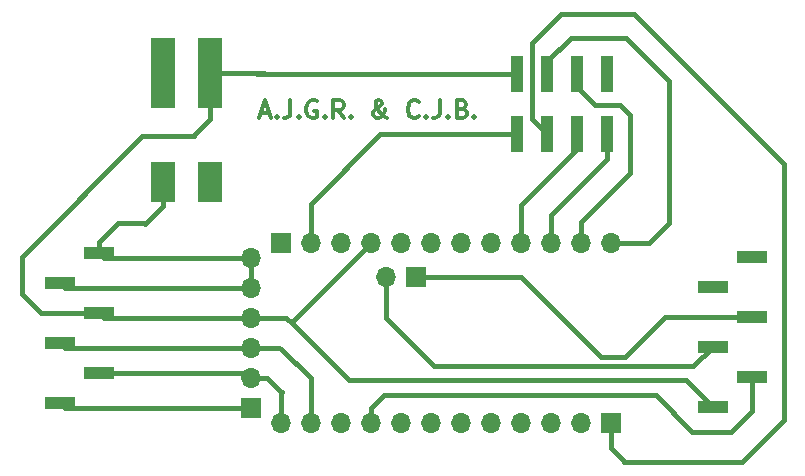
<source format=gtl>
%TF.GenerationSoftware,KiCad,Pcbnew,9.0.5-9.0.5~ubuntu24.04.1*%
%TF.CreationDate,2025-11-18T16:55:03+01:00*%
%TF.ProjectId,Nodo 2 MySensor,4e6f646f-2032-4204-9d79-53656e736f72,rev?*%
%TF.SameCoordinates,Original*%
%TF.FileFunction,Copper,L1,Top*%
%TF.FilePolarity,Positive*%
%FSLAX46Y46*%
G04 Gerber Fmt 4.6, Leading zero omitted, Abs format (unit mm)*
G04 Created by KiCad (PCBNEW 9.0.5-9.0.5~ubuntu24.04.1) date 2025-11-18 16:55:03*
%MOMM*%
%LPD*%
G01*
G04 APERTURE LIST*
%ADD10C,0.300000*%
%TA.AperFunction,NonConductor*%
%ADD11C,0.300000*%
%TD*%
%TA.AperFunction,SMDPad,CuDef*%
%ADD12R,2.000000X6.000000*%
%TD*%
%TA.AperFunction,SMDPad,CuDef*%
%ADD13R,2.000000X3.500000*%
%TD*%
%TA.AperFunction,ComponentPad*%
%ADD14R,1.700000X1.700000*%
%TD*%
%TA.AperFunction,ComponentPad*%
%ADD15O,1.700000X1.700000*%
%TD*%
%TA.AperFunction,SMDPad,CuDef*%
%ADD16R,2.510000X1.000000*%
%TD*%
%TA.AperFunction,SMDPad,CuDef*%
%ADD17R,1.000000X3.150000*%
%TD*%
%TA.AperFunction,Conductor*%
%ADD18C,0.400000*%
%TD*%
%TA.AperFunction,Conductor*%
%ADD19C,0.250000*%
%TD*%
G04 APERTURE END LIST*
D10*
D11*
X102123082Y-72492257D02*
X102837368Y-72492257D01*
X101980225Y-72920828D02*
X102480225Y-71420828D01*
X102480225Y-71420828D02*
X102980225Y-72920828D01*
X103480224Y-72777971D02*
X103551653Y-72849400D01*
X103551653Y-72849400D02*
X103480224Y-72920828D01*
X103480224Y-72920828D02*
X103408796Y-72849400D01*
X103408796Y-72849400D02*
X103480224Y-72777971D01*
X103480224Y-72777971D02*
X103480224Y-72920828D01*
X104623082Y-71420828D02*
X104623082Y-72492257D01*
X104623082Y-72492257D02*
X104551653Y-72706542D01*
X104551653Y-72706542D02*
X104408796Y-72849400D01*
X104408796Y-72849400D02*
X104194510Y-72920828D01*
X104194510Y-72920828D02*
X104051653Y-72920828D01*
X105337367Y-72777971D02*
X105408796Y-72849400D01*
X105408796Y-72849400D02*
X105337367Y-72920828D01*
X105337367Y-72920828D02*
X105265939Y-72849400D01*
X105265939Y-72849400D02*
X105337367Y-72777971D01*
X105337367Y-72777971D02*
X105337367Y-72920828D01*
X106837368Y-71492257D02*
X106694511Y-71420828D01*
X106694511Y-71420828D02*
X106480225Y-71420828D01*
X106480225Y-71420828D02*
X106265939Y-71492257D01*
X106265939Y-71492257D02*
X106123082Y-71635114D01*
X106123082Y-71635114D02*
X106051653Y-71777971D01*
X106051653Y-71777971D02*
X105980225Y-72063685D01*
X105980225Y-72063685D02*
X105980225Y-72277971D01*
X105980225Y-72277971D02*
X106051653Y-72563685D01*
X106051653Y-72563685D02*
X106123082Y-72706542D01*
X106123082Y-72706542D02*
X106265939Y-72849400D01*
X106265939Y-72849400D02*
X106480225Y-72920828D01*
X106480225Y-72920828D02*
X106623082Y-72920828D01*
X106623082Y-72920828D02*
X106837368Y-72849400D01*
X106837368Y-72849400D02*
X106908796Y-72777971D01*
X106908796Y-72777971D02*
X106908796Y-72277971D01*
X106908796Y-72277971D02*
X106623082Y-72277971D01*
X107551653Y-72777971D02*
X107623082Y-72849400D01*
X107623082Y-72849400D02*
X107551653Y-72920828D01*
X107551653Y-72920828D02*
X107480225Y-72849400D01*
X107480225Y-72849400D02*
X107551653Y-72777971D01*
X107551653Y-72777971D02*
X107551653Y-72920828D01*
X109123082Y-72920828D02*
X108623082Y-72206542D01*
X108265939Y-72920828D02*
X108265939Y-71420828D01*
X108265939Y-71420828D02*
X108837368Y-71420828D01*
X108837368Y-71420828D02*
X108980225Y-71492257D01*
X108980225Y-71492257D02*
X109051654Y-71563685D01*
X109051654Y-71563685D02*
X109123082Y-71706542D01*
X109123082Y-71706542D02*
X109123082Y-71920828D01*
X109123082Y-71920828D02*
X109051654Y-72063685D01*
X109051654Y-72063685D02*
X108980225Y-72135114D01*
X108980225Y-72135114D02*
X108837368Y-72206542D01*
X108837368Y-72206542D02*
X108265939Y-72206542D01*
X109765939Y-72777971D02*
X109837368Y-72849400D01*
X109837368Y-72849400D02*
X109765939Y-72920828D01*
X109765939Y-72920828D02*
X109694511Y-72849400D01*
X109694511Y-72849400D02*
X109765939Y-72777971D01*
X109765939Y-72777971D02*
X109765939Y-72920828D01*
X112837368Y-72920828D02*
X112765940Y-72920828D01*
X112765940Y-72920828D02*
X112623082Y-72849400D01*
X112623082Y-72849400D02*
X112408797Y-72635114D01*
X112408797Y-72635114D02*
X112051654Y-72206542D01*
X112051654Y-72206542D02*
X111908797Y-71992257D01*
X111908797Y-71992257D02*
X111837368Y-71777971D01*
X111837368Y-71777971D02*
X111837368Y-71635114D01*
X111837368Y-71635114D02*
X111908797Y-71492257D01*
X111908797Y-71492257D02*
X112051654Y-71420828D01*
X112051654Y-71420828D02*
X112123082Y-71420828D01*
X112123082Y-71420828D02*
X112265940Y-71492257D01*
X112265940Y-71492257D02*
X112337368Y-71635114D01*
X112337368Y-71635114D02*
X112337368Y-71706542D01*
X112337368Y-71706542D02*
X112265940Y-71849400D01*
X112265940Y-71849400D02*
X112194511Y-71920828D01*
X112194511Y-71920828D02*
X111765940Y-72206542D01*
X111765940Y-72206542D02*
X111694511Y-72277971D01*
X111694511Y-72277971D02*
X111623082Y-72420828D01*
X111623082Y-72420828D02*
X111623082Y-72635114D01*
X111623082Y-72635114D02*
X111694511Y-72777971D01*
X111694511Y-72777971D02*
X111765940Y-72849400D01*
X111765940Y-72849400D02*
X111908797Y-72920828D01*
X111908797Y-72920828D02*
X112123082Y-72920828D01*
X112123082Y-72920828D02*
X112265940Y-72849400D01*
X112265940Y-72849400D02*
X112337368Y-72777971D01*
X112337368Y-72777971D02*
X112551654Y-72492257D01*
X112551654Y-72492257D02*
X112623082Y-72277971D01*
X112623082Y-72277971D02*
X112623082Y-72135114D01*
X115480225Y-72777971D02*
X115408797Y-72849400D01*
X115408797Y-72849400D02*
X115194511Y-72920828D01*
X115194511Y-72920828D02*
X115051654Y-72920828D01*
X115051654Y-72920828D02*
X114837368Y-72849400D01*
X114837368Y-72849400D02*
X114694511Y-72706542D01*
X114694511Y-72706542D02*
X114623082Y-72563685D01*
X114623082Y-72563685D02*
X114551654Y-72277971D01*
X114551654Y-72277971D02*
X114551654Y-72063685D01*
X114551654Y-72063685D02*
X114623082Y-71777971D01*
X114623082Y-71777971D02*
X114694511Y-71635114D01*
X114694511Y-71635114D02*
X114837368Y-71492257D01*
X114837368Y-71492257D02*
X115051654Y-71420828D01*
X115051654Y-71420828D02*
X115194511Y-71420828D01*
X115194511Y-71420828D02*
X115408797Y-71492257D01*
X115408797Y-71492257D02*
X115480225Y-71563685D01*
X116123082Y-72777971D02*
X116194511Y-72849400D01*
X116194511Y-72849400D02*
X116123082Y-72920828D01*
X116123082Y-72920828D02*
X116051654Y-72849400D01*
X116051654Y-72849400D02*
X116123082Y-72777971D01*
X116123082Y-72777971D02*
X116123082Y-72920828D01*
X117265940Y-71420828D02*
X117265940Y-72492257D01*
X117265940Y-72492257D02*
X117194511Y-72706542D01*
X117194511Y-72706542D02*
X117051654Y-72849400D01*
X117051654Y-72849400D02*
X116837368Y-72920828D01*
X116837368Y-72920828D02*
X116694511Y-72920828D01*
X117980225Y-72777971D02*
X118051654Y-72849400D01*
X118051654Y-72849400D02*
X117980225Y-72920828D01*
X117980225Y-72920828D02*
X117908797Y-72849400D01*
X117908797Y-72849400D02*
X117980225Y-72777971D01*
X117980225Y-72777971D02*
X117980225Y-72920828D01*
X119194511Y-72135114D02*
X119408797Y-72206542D01*
X119408797Y-72206542D02*
X119480226Y-72277971D01*
X119480226Y-72277971D02*
X119551654Y-72420828D01*
X119551654Y-72420828D02*
X119551654Y-72635114D01*
X119551654Y-72635114D02*
X119480226Y-72777971D01*
X119480226Y-72777971D02*
X119408797Y-72849400D01*
X119408797Y-72849400D02*
X119265940Y-72920828D01*
X119265940Y-72920828D02*
X118694511Y-72920828D01*
X118694511Y-72920828D02*
X118694511Y-71420828D01*
X118694511Y-71420828D02*
X119194511Y-71420828D01*
X119194511Y-71420828D02*
X119337369Y-71492257D01*
X119337369Y-71492257D02*
X119408797Y-71563685D01*
X119408797Y-71563685D02*
X119480226Y-71706542D01*
X119480226Y-71706542D02*
X119480226Y-71849400D01*
X119480226Y-71849400D02*
X119408797Y-71992257D01*
X119408797Y-71992257D02*
X119337369Y-72063685D01*
X119337369Y-72063685D02*
X119194511Y-72135114D01*
X119194511Y-72135114D02*
X118694511Y-72135114D01*
X120194511Y-72777971D02*
X120265940Y-72849400D01*
X120265940Y-72849400D02*
X120194511Y-72920828D01*
X120194511Y-72920828D02*
X120123083Y-72849400D01*
X120123083Y-72849400D02*
X120194511Y-72777971D01*
X120194511Y-72777971D02*
X120194511Y-72920828D01*
D12*
%TO.P,J8,1_1,1*%
%TO.N,VCC*%
X97830000Y-69097500D03*
D13*
%TO.P,J8,1_2,1*%
X97830000Y-78347500D03*
D12*
%TO.P,J8,2_1,2*%
%TO.N,GND*%
X93830000Y-69097500D03*
D13*
%TO.P,J8,2_2,2*%
X93830000Y-78347500D03*
%TD*%
D14*
%TO.P,J2,1,Pin_1*%
%TO.N,/SDA{slash}A4*%
X115240000Y-86411000D03*
D15*
%TO.P,J2,2,Pin_2*%
%TO.N,/SCL{slash}A5*%
X112700000Y-86411000D03*
%TD*%
D16*
%TO.P,J5,1,Pin_1*%
%TO.N,VCC*%
X140380000Y-97360000D03*
%TO.P,J5,2,Pin_2*%
%TO.N,GND*%
X143690000Y-94820000D03*
%TO.P,J5,3,Pin_3*%
%TO.N,/SCL{slash}A5*%
X140380000Y-92280000D03*
%TO.P,J5,4,Pin_4*%
%TO.N,/SDA{slash}A4*%
X143690000Y-89740000D03*
%TO.P,J5,5,Pin_5*%
%TO.N,unconnected-(J5-Pin_5-Pad5)*%
X140380000Y-87200000D03*
%TO.P,J5,6,Pin_6*%
%TO.N,unconnected-(J5-Pin_6-Pad6)*%
X143690000Y-84660000D03*
%TD*%
%TO.P,J4,1,Pin_1*%
%TO.N,/DTR*%
X85100000Y-97050000D03*
%TO.P,J4,2,Pin_2*%
%TO.N,/TX*%
X88410000Y-94510000D03*
%TO.P,J4,3,Pin_3*%
%TO.N,/RX*%
X85100000Y-91970000D03*
%TO.P,J4,4,Pin_4*%
%TO.N,VCC*%
X88410000Y-89430000D03*
%TO.P,J4,5,Pin_5*%
%TO.N,GND*%
X85100000Y-86890000D03*
%TO.P,J4,6,Pin_6*%
X88410000Y-84350000D03*
%TD*%
D14*
%TO.P,J1,1,Pin_1*%
%TO.N,/DTR*%
X101327000Y-97460000D03*
D15*
%TO.P,J1,2,Pin_2*%
%TO.N,/TX*%
X101327000Y-94920000D03*
%TO.P,J1,3,Pin_3*%
%TO.N,/RX*%
X101327000Y-92380000D03*
%TO.P,J1,4,Pin_4*%
%TO.N,VCC*%
X101327000Y-89840000D03*
%TO.P,J1,5,Pin_5*%
%TO.N,GND*%
X101327000Y-87300000D03*
%TO.P,J1,6,Pin_6*%
X101327000Y-84760000D03*
%TD*%
D17*
%TO.P,U1,1,GND*%
%TO.N,GND*%
X123800000Y-74250000D03*
%TO.P,U1,2,VCC*%
%TO.N,VCC*%
X123800000Y-69200000D03*
%TO.P,U1,3,CE*%
%TO.N,/\u002AD9*%
X126340000Y-74250000D03*
%TO.P,U1,4,~{CSN}*%
%TO.N,/SS{slash}\u002AD10*%
X126340000Y-69200000D03*
%TO.P,U1,5,SCK*%
%TO.N,/SCK{slash}D13*%
X128880000Y-74250000D03*
%TO.P,U1,6,MOSI*%
%TO.N,/MOSI{slash}\u002AD11*%
X128880000Y-69200000D03*
%TO.P,U1,7,MISO*%
%TO.N,/MISO{slash}D12*%
X131420000Y-74250000D03*
%TO.P,U1,8,IRQ*%
%TO.N,unconnected-(U1-IRQ-Pad8)*%
X131420000Y-69200000D03*
%TD*%
D14*
%TO.P,J7,1,Pin_1*%
%TO.N,/\u002AD9*%
X131750000Y-98730000D03*
D15*
%TO.P,J7,2,Pin_2*%
%TO.N,/D8*%
X129210000Y-98730000D03*
%TO.P,J7,3,Pin_3*%
%TO.N,/D7*%
X126670000Y-98730000D03*
%TO.P,J7,4,Pin_4*%
%TO.N,/\u002AD6*%
X124130000Y-98730000D03*
%TO.P,J7,5,Pin_5*%
%TO.N,/\u002AD5*%
X121590000Y-98730000D03*
%TO.P,J7,6,Pin_6*%
%TO.N,/D4*%
X119050000Y-98730000D03*
%TO.P,J7,7,Pin_7*%
%TO.N,/\u002AD3*%
X116510000Y-98730000D03*
%TO.P,J7,8,Pin_8*%
%TO.N,/D2*%
X113970000Y-98730000D03*
%TO.P,J7,9,Pin_9*%
%TO.N,GND*%
X111430000Y-98730000D03*
%TO.P,J7,10,Pin_10*%
%TO.N,/~{RESET}*%
X108890000Y-98730000D03*
%TO.P,J7,11,Pin_11*%
%TO.N,/RX*%
X106350000Y-98730000D03*
%TO.P,J7,12,Pin_12*%
%TO.N,/TX*%
X103810000Y-98730000D03*
%TD*%
D14*
%TO.P,J6,1,Pin_1*%
%TO.N,VDC*%
X103810000Y-83490000D03*
D15*
%TO.P,J6,2,Pin_2*%
%TO.N,GND*%
X106350000Y-83490000D03*
%TO.P,J6,3,Pin_3*%
%TO.N,/~{RESET}*%
X108890000Y-83490000D03*
%TO.P,J6,4,Pin_4*%
%TO.N,VCC*%
X111430000Y-83490000D03*
%TO.P,J6,5,Pin_5*%
%TO.N,/A3*%
X113970000Y-83490000D03*
%TO.P,J6,6,Pin_6*%
%TO.N,/A2*%
X116510000Y-83490000D03*
%TO.P,J6,7,Pin_7*%
%TO.N,/A1*%
X119050000Y-83490000D03*
%TO.P,J6,8,Pin_8*%
%TO.N,/A0*%
X121590000Y-83490000D03*
%TO.P,J6,9,Pin_9*%
%TO.N,/SCK{slash}D13*%
X124130000Y-83490000D03*
%TO.P,J6,10,Pin_10*%
%TO.N,/MISO{slash}D12*%
X126670000Y-83490000D03*
%TO.P,J6,11,Pin_11*%
%TO.N,/MOSI{slash}\u002AD11*%
X129210000Y-83490000D03*
%TO.P,J6,12,Pin_12*%
%TO.N,/SS{slash}\u002AD10*%
X131750000Y-83490000D03*
%TD*%
D18*
%TO.N,GND*%
X90060000Y-81800000D02*
X92180000Y-81800000D01*
X141950000Y-99480000D02*
X143690000Y-97740000D01*
X112240000Y-74250000D02*
X106330000Y-80160000D01*
X112560000Y-96370000D02*
X135540000Y-96370000D01*
X93830000Y-80350000D02*
X93830000Y-78347500D01*
X101327000Y-87300000D02*
X101327000Y-84760000D01*
X88410000Y-84350000D02*
X88410000Y-83450000D01*
X88820000Y-84760000D02*
X88410000Y-84350000D01*
X92180000Y-81800000D02*
X92280000Y-81900000D01*
X101327000Y-84760000D02*
X88820000Y-84760000D01*
X106330000Y-80160000D02*
X106330000Y-83470000D01*
X101027000Y-87000000D02*
X101327000Y-87300000D01*
X138650000Y-99480000D02*
X141950000Y-99480000D01*
X92280000Y-81900000D02*
X93830000Y-80350000D01*
X106330000Y-83470000D02*
X106350000Y-83490000D01*
X143690000Y-97740000D02*
X143690000Y-94820000D01*
X135540000Y-96370000D02*
X138650000Y-99480000D01*
X123800000Y-74250000D02*
X112240000Y-74250000D01*
X111430000Y-97500000D02*
X112560000Y-96370000D01*
X85510000Y-87300000D02*
X85100000Y-86890000D01*
X88410000Y-83450000D02*
X90060000Y-81800000D01*
X111430000Y-98730000D02*
X111430000Y-97500000D01*
X101327000Y-87300000D02*
X85510000Y-87300000D01*
%TO.N,VCC*%
X104635000Y-90185000D02*
X104290000Y-89840000D01*
X92090000Y-74470000D02*
X96430000Y-74470000D01*
X102510000Y-69200000D02*
X101780000Y-69200000D01*
X81860000Y-87780000D02*
X81860000Y-84700000D01*
X81860000Y-84700000D02*
X92090000Y-74470000D01*
X102407500Y-69097500D02*
X102510000Y-69200000D01*
X104735000Y-90185000D02*
X104635000Y-90185000D01*
X97830000Y-72970000D02*
X97830000Y-69097500D01*
X111430000Y-83490000D02*
X104735000Y-90185000D01*
X104635000Y-90185000D02*
X109550000Y-95100000D01*
X101327000Y-89840000D02*
X88820000Y-89840000D01*
X123800000Y-69200000D02*
X102510000Y-69200000D01*
X88410000Y-89430000D02*
X83510000Y-89430000D01*
X96430000Y-74370000D02*
X97830000Y-72970000D01*
X97830000Y-69097500D02*
X102407500Y-69097500D01*
X104290000Y-89840000D02*
X101327000Y-89840000D01*
X88820000Y-89840000D02*
X88410000Y-89430000D01*
X138120000Y-95100000D02*
X140380000Y-97360000D01*
X109550000Y-95100000D02*
X138120000Y-95100000D01*
X83510000Y-89430000D02*
X81860000Y-87780000D01*
X96430000Y-74470000D02*
X96430000Y-74370000D01*
%TO.N,/\u002AD9*%
X132890000Y-102060000D02*
X132890000Y-101960000D01*
X133680000Y-64090000D02*
X146400000Y-76810000D01*
X126340000Y-74250000D02*
X125080000Y-72990000D01*
X146400000Y-76810000D02*
X146400000Y-98480000D01*
X125080000Y-66550000D02*
X127540000Y-64090000D01*
X132890000Y-101960000D02*
X131750000Y-100820000D01*
X142820000Y-102060000D02*
X132890000Y-102060000D01*
X125080000Y-72990000D02*
X125080000Y-66550000D01*
X127540000Y-64090000D02*
X133680000Y-64090000D01*
X131750000Y-100820000D02*
X131750000Y-98730000D01*
X146400000Y-98480000D02*
X142820000Y-102060000D01*
%TO.N,/DTR*%
X85510000Y-97460000D02*
X85100000Y-97050000D01*
X101327000Y-97460000D02*
X85510000Y-97460000D01*
%TO.N,/TX*%
X103830000Y-96130000D02*
X103880000Y-96130000D01*
X100917000Y-94510000D02*
X101327000Y-94920000D01*
X88410000Y-94510000D02*
X100917000Y-94510000D01*
X102620000Y-94920000D02*
X103830000Y-96130000D01*
X101327000Y-94920000D02*
X102620000Y-94920000D01*
X103880000Y-96130000D02*
X103810000Y-96200000D01*
X103810000Y-96200000D02*
X103810000Y-98730000D01*
%TO.N,/RX*%
X103660000Y-92380000D02*
X101327000Y-92380000D01*
D19*
X103830000Y-92440000D02*
X103720000Y-92440000D01*
D18*
X85510000Y-92380000D02*
X85100000Y-91970000D01*
X106350000Y-94960000D02*
X103830000Y-92440000D01*
X101327000Y-92380000D02*
X85510000Y-92380000D01*
X106350000Y-98730000D02*
X106350000Y-94960000D01*
D19*
X103720000Y-92440000D02*
X103660000Y-92380000D01*
D18*
%TO.N,/SCL{slash}A5*%
X116760000Y-93930000D02*
X112700000Y-89870000D01*
X112700000Y-89870000D02*
X112700000Y-86411000D01*
X138740000Y-93920000D02*
X140380000Y-92280000D01*
X128990000Y-93930000D02*
X116760000Y-93930000D01*
X128990000Y-93920000D02*
X138740000Y-93920000D01*
X128990000Y-93930000D02*
X128990000Y-93920000D01*
%TO.N,/SDA{slash}A4*%
X136370000Y-89740000D02*
X143690000Y-89740000D01*
X130900000Y-93130000D02*
X132980000Y-93130000D01*
X132980000Y-93130000D02*
X136370000Y-89740000D01*
X115240000Y-86411000D02*
X124181000Y-86411000D01*
X124181000Y-86411000D02*
X130900000Y-93130000D01*
%TO.N,/SS{slash}\u002AD10*%
X126340000Y-68125000D02*
X128365000Y-66100000D01*
X135000000Y-83490000D02*
X131750000Y-83490000D01*
X133020000Y-66100000D02*
X136700000Y-69780000D01*
X128365000Y-66100000D02*
X133020000Y-66100000D01*
X136660000Y-69820000D02*
X136660000Y-81830000D01*
X136660000Y-81830000D02*
X135000000Y-83490000D01*
X136700000Y-69780000D02*
X136660000Y-69820000D01*
X126340000Y-69200000D02*
X126340000Y-68125000D01*
%TO.N,/MOSI{slash}\u002AD11*%
X133340000Y-72620000D02*
X132510000Y-71790000D01*
X133340000Y-77580000D02*
X133340000Y-72620000D01*
X129210000Y-81710000D02*
X133340000Y-77580000D01*
X129210000Y-83490000D02*
X129210000Y-81710000D01*
X130395000Y-71790000D02*
X128880000Y-70275000D01*
X128880000Y-70275000D02*
X128880000Y-69200000D01*
X132510000Y-71790000D02*
X130395000Y-71790000D01*
%TO.N,/MISO{slash}D12*%
X126670000Y-81140000D02*
X131420000Y-76390000D01*
X131420000Y-76390000D02*
X131420000Y-74250000D01*
X126670000Y-83490000D02*
X126670000Y-81140000D01*
%TO.N,/SCK{slash}D13*%
X124130000Y-83490000D02*
X124130000Y-80270000D01*
X124130000Y-80270000D02*
X128880000Y-75520000D01*
X128880000Y-75520000D02*
X128880000Y-74250000D01*
%TD*%
M02*

</source>
